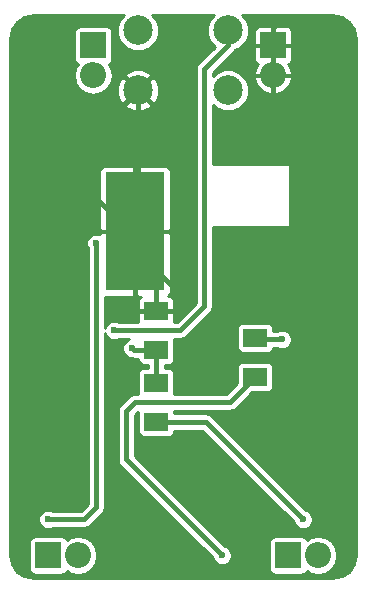
<source format=gbr>
G04 #@! TF.FileFunction,Copper,L2,Bot,Signal*
%FSLAX46Y46*%
G04 Gerber Fmt 4.6, Leading zero omitted, Abs format (unit mm)*
G04 Created by KiCad (PCBNEW 4.0.6) date 12/04/17 20:40:56*
%MOMM*%
%LPD*%
G01*
G04 APERTURE LIST*
%ADD10C,0.050000*%
%ADD11R,2.032000X1.524000*%
%ADD12R,5.000000X10.000000*%
%ADD13C,2.500000*%
%ADD14R,2.200000X2.200000*%
%ADD15O,2.200000X2.200000*%
%ADD16C,0.600000*%
%ADD17C,0.400000*%
%ADD18C,0.254000*%
G04 APERTURE END LIST*
D10*
D11*
X136144000Y-85217000D03*
X136144000Y-81915000D03*
X136144000Y-79121000D03*
X136144000Y-75819000D03*
X144526000Y-78105000D03*
X144526000Y-81407000D03*
D12*
X134370000Y-69090000D03*
D13*
X142240000Y-52070000D03*
X134620000Y-52070000D03*
X134620000Y-57150000D03*
X142240000Y-57150000D03*
D14*
X147320000Y-96520000D03*
D15*
X149860000Y-96520000D03*
D14*
X127000000Y-96520000D03*
D15*
X129540000Y-96520000D03*
D14*
X146050000Y-53340000D03*
D15*
X146050000Y-55880000D03*
D14*
X130810000Y-53340000D03*
D15*
X130810000Y-55880000D03*
D16*
X128270000Y-63500000D03*
X138430000Y-74676000D03*
X138176000Y-53848000D03*
X141732000Y-96520000D03*
X148590000Y-93472000D03*
X131064000Y-70104000D03*
X127000000Y-93472000D03*
X134112000Y-78994000D03*
X146812000Y-78232000D03*
X132588000Y-77470000D03*
D17*
X128270000Y-63500000D02*
X133860000Y-69090000D01*
X133860000Y-69090000D02*
X134370000Y-69090000D01*
X138430000Y-74676000D02*
X134370000Y-70616000D01*
X134370000Y-70616000D02*
X134370000Y-69090000D01*
X137922000Y-53848000D02*
X134620000Y-57150000D01*
X138176000Y-53848000D02*
X137922000Y-53848000D01*
X134620000Y-57150000D02*
X134620000Y-68840000D01*
X134620000Y-68840000D02*
X134370000Y-69090000D01*
X136144000Y-75819000D02*
X136144000Y-70864000D01*
X136144000Y-70864000D02*
X134370000Y-69090000D01*
X144526000Y-81407000D02*
X142367000Y-83566000D01*
X133604000Y-88392000D02*
X141732000Y-96520000D01*
X133604000Y-84328000D02*
X133604000Y-88392000D01*
X134366000Y-83566000D02*
X133604000Y-84328000D01*
X142367000Y-83566000D02*
X134366000Y-83566000D01*
X136144000Y-85217000D02*
X140335000Y-85217000D01*
X140335000Y-85217000D02*
X148590000Y-93472000D01*
X129540000Y-93472000D02*
X127000000Y-93472000D01*
X131064000Y-70104000D02*
X131064000Y-75946000D01*
X131064000Y-75946000D02*
X131064000Y-81280000D01*
X131064000Y-81280000D02*
X131064000Y-87630000D01*
X131064000Y-87630000D02*
X131064000Y-92456000D01*
X131064000Y-92456000D02*
X130048000Y-93472000D01*
X130048000Y-93472000D02*
X129540000Y-93472000D01*
X134239000Y-79121000D02*
X136144000Y-79121000D01*
X134112000Y-78994000D02*
X134239000Y-79121000D01*
X136017000Y-79248000D02*
X136144000Y-79121000D01*
X136144000Y-79121000D02*
X136144000Y-81915000D01*
X136144000Y-79248000D02*
X136144000Y-79629000D01*
X146812000Y-78232000D02*
X144653000Y-78232000D01*
X144653000Y-78232000D02*
X144526000Y-78105000D01*
X137414000Y-77470000D02*
X138176000Y-77470000D01*
X132588000Y-77470000D02*
X137414000Y-77470000D01*
X142240000Y-53340000D02*
X142240000Y-52070000D01*
X140208000Y-55372000D02*
X142240000Y-53340000D01*
X140208000Y-75438000D02*
X140208000Y-55372000D01*
X138176000Y-77470000D02*
X140208000Y-75438000D01*
D18*
G36*
X133114412Y-51062096D02*
X132843310Y-51714982D01*
X132842693Y-52421916D01*
X133112655Y-53075274D01*
X133612096Y-53575588D01*
X134264982Y-53846690D01*
X134971916Y-53847307D01*
X135625274Y-53577345D01*
X136125588Y-53077904D01*
X136396690Y-52425018D01*
X136397307Y-51718084D01*
X136127345Y-51064726D01*
X135830139Y-50767000D01*
X141030024Y-50767000D01*
X140734412Y-51062096D01*
X140463310Y-51714982D01*
X140462693Y-52421916D01*
X140732655Y-53075274D01*
X141104299Y-53447567D01*
X139693933Y-54857933D01*
X139536340Y-55093789D01*
X139536340Y-55093790D01*
X139480999Y-55372000D01*
X139481000Y-55372005D01*
X139481000Y-75136866D01*
X137874866Y-76743000D01*
X137663318Y-76743000D01*
X137687000Y-76685827D01*
X137687000Y-76023750D01*
X137555250Y-75892000D01*
X136217000Y-75892000D01*
X136217000Y-75912000D01*
X136071000Y-75912000D01*
X136071000Y-75892000D01*
X134732750Y-75892000D01*
X134601000Y-76023750D01*
X134601000Y-76685827D01*
X134624682Y-76743000D01*
X132993703Y-76743000D01*
X132753222Y-76643144D01*
X132424221Y-76642857D01*
X132120154Y-76768495D01*
X131887312Y-77000930D01*
X131791000Y-77232876D01*
X131791000Y-74617000D01*
X134165250Y-74617000D01*
X134297000Y-74485250D01*
X134297000Y-69163000D01*
X134443000Y-69163000D01*
X134443000Y-74485250D01*
X134574750Y-74617000D01*
X134822710Y-74617000D01*
X134681231Y-74758478D01*
X134601000Y-74952173D01*
X134601000Y-75614250D01*
X134732750Y-75746000D01*
X136071000Y-75746000D01*
X136071000Y-75726000D01*
X136217000Y-75726000D01*
X136217000Y-75746000D01*
X137555250Y-75746000D01*
X137687000Y-75614250D01*
X137687000Y-74952173D01*
X137606769Y-74758478D01*
X137458521Y-74610231D01*
X137264827Y-74530000D01*
X137175291Y-74530000D01*
X137316769Y-74388521D01*
X137397000Y-74194827D01*
X137397000Y-69294750D01*
X137265250Y-69163000D01*
X134443000Y-69163000D01*
X134297000Y-69163000D01*
X131474750Y-69163000D01*
X131343000Y-69294750D01*
X131343000Y-69324388D01*
X131229222Y-69277144D01*
X130900221Y-69276857D01*
X130596154Y-69402495D01*
X130363312Y-69634930D01*
X130237144Y-69938778D01*
X130236857Y-70267779D01*
X130337000Y-70510143D01*
X130337000Y-92154866D01*
X129746866Y-92745000D01*
X127405703Y-92745000D01*
X127165222Y-92645144D01*
X126836221Y-92644857D01*
X126532154Y-92770495D01*
X126299312Y-93002930D01*
X126173144Y-93306778D01*
X126172857Y-93635779D01*
X126298495Y-93939846D01*
X126530930Y-94172688D01*
X126834778Y-94298856D01*
X127163779Y-94299143D01*
X127406143Y-94199000D01*
X130047995Y-94199000D01*
X130048000Y-94199001D01*
X130280052Y-94152842D01*
X130326211Y-94143660D01*
X130562067Y-93986067D01*
X131578067Y-92970067D01*
X131691474Y-92800340D01*
X131735660Y-92734211D01*
X131753434Y-92644857D01*
X131791001Y-92456000D01*
X131791000Y-92455995D01*
X131791000Y-77706731D01*
X131886495Y-77937846D01*
X132118930Y-78170688D01*
X132422778Y-78296856D01*
X132751779Y-78297143D01*
X132994143Y-78197000D01*
X133875269Y-78197000D01*
X133644154Y-78292495D01*
X133411312Y-78524930D01*
X133285144Y-78828778D01*
X133284857Y-79157779D01*
X133410495Y-79461846D01*
X133642930Y-79694688D01*
X133946778Y-79820856D01*
X134103225Y-79820992D01*
X134239000Y-79848000D01*
X134590676Y-79848000D01*
X134590676Y-79883000D01*
X134627423Y-80078294D01*
X134742842Y-80257660D01*
X134918951Y-80377990D01*
X135128000Y-80420324D01*
X135417000Y-80420324D01*
X135417000Y-80615676D01*
X135128000Y-80615676D01*
X134932706Y-80652423D01*
X134753340Y-80767842D01*
X134633010Y-80943951D01*
X134590676Y-81153000D01*
X134590676Y-82677000D01*
X134621158Y-82839000D01*
X134366005Y-82839000D01*
X134366000Y-82838999D01*
X134133948Y-82885158D01*
X134087789Y-82894340D01*
X133851933Y-83051933D01*
X133851931Y-83051936D01*
X133089933Y-83813933D01*
X132932340Y-84049789D01*
X132926317Y-84080067D01*
X132876999Y-84328000D01*
X132877000Y-84328005D01*
X132877000Y-88391995D01*
X132876999Y-88392000D01*
X132923158Y-88624052D01*
X132932340Y-88670211D01*
X133089933Y-88906067D01*
X140931059Y-96747193D01*
X141030495Y-96987846D01*
X141262930Y-97220688D01*
X141566778Y-97346856D01*
X141895779Y-97347143D01*
X142199846Y-97221505D01*
X142432688Y-96989070D01*
X142558856Y-96685222D01*
X142559143Y-96356221D01*
X142433505Y-96052154D01*
X142201070Y-95819312D01*
X141958881Y-95718747D01*
X141660134Y-95420000D01*
X145682676Y-95420000D01*
X145682676Y-97620000D01*
X145719423Y-97815294D01*
X145834842Y-97994660D01*
X146010951Y-98114990D01*
X146220000Y-98157324D01*
X148420000Y-98157324D01*
X148615294Y-98120577D01*
X148794660Y-98005158D01*
X148910032Y-97836305D01*
X149237374Y-98055027D01*
X149860000Y-98178875D01*
X150482626Y-98055027D01*
X151010463Y-97702338D01*
X151363152Y-97174501D01*
X151487000Y-96551875D01*
X151487000Y-96488125D01*
X151363152Y-95865499D01*
X151010463Y-95337662D01*
X150482626Y-94984973D01*
X149860000Y-94861125D01*
X149237374Y-94984973D01*
X148907952Y-95205086D01*
X148805158Y-95045340D01*
X148629049Y-94925010D01*
X148420000Y-94882676D01*
X146220000Y-94882676D01*
X146024706Y-94919423D01*
X145845340Y-95034842D01*
X145725010Y-95210951D01*
X145682676Y-95420000D01*
X141660134Y-95420000D01*
X134331000Y-88090866D01*
X134331000Y-84629134D01*
X134612398Y-84347735D01*
X134590676Y-84455000D01*
X134590676Y-85979000D01*
X134627423Y-86174294D01*
X134742842Y-86353660D01*
X134918951Y-86473990D01*
X135128000Y-86516324D01*
X137160000Y-86516324D01*
X137355294Y-86479577D01*
X137534660Y-86364158D01*
X137654990Y-86188049D01*
X137697324Y-85979000D01*
X137697324Y-85944000D01*
X140033866Y-85944000D01*
X147789059Y-93699193D01*
X147888495Y-93939846D01*
X148120930Y-94172688D01*
X148424778Y-94298856D01*
X148753779Y-94299143D01*
X149057846Y-94173505D01*
X149290688Y-93941070D01*
X149416856Y-93637222D01*
X149417143Y-93308221D01*
X149291505Y-93004154D01*
X149059070Y-92771312D01*
X148816881Y-92670747D01*
X140849067Y-84702933D01*
X140613211Y-84545340D01*
X140567052Y-84536158D01*
X140335000Y-84489999D01*
X140334995Y-84490000D01*
X137697324Y-84490000D01*
X137697324Y-84455000D01*
X137666842Y-84293000D01*
X142366995Y-84293000D01*
X142367000Y-84293001D01*
X142603530Y-84245951D01*
X142645211Y-84237660D01*
X142881067Y-84080067D01*
X144254810Y-82706324D01*
X145542000Y-82706324D01*
X145737294Y-82669577D01*
X145916660Y-82554158D01*
X146036990Y-82378049D01*
X146079324Y-82169000D01*
X146079324Y-80645000D01*
X146042577Y-80449706D01*
X145927158Y-80270340D01*
X145751049Y-80150010D01*
X145542000Y-80107676D01*
X143510000Y-80107676D01*
X143314706Y-80144423D01*
X143135340Y-80259842D01*
X143015010Y-80435951D01*
X142972676Y-80645000D01*
X142972676Y-81932190D01*
X142065866Y-82839000D01*
X137664518Y-82839000D01*
X137697324Y-82677000D01*
X137697324Y-81153000D01*
X137660577Y-80957706D01*
X137545158Y-80778340D01*
X137369049Y-80658010D01*
X137160000Y-80615676D01*
X136871000Y-80615676D01*
X136871000Y-80420324D01*
X137160000Y-80420324D01*
X137355294Y-80383577D01*
X137534660Y-80268158D01*
X137654990Y-80092049D01*
X137697324Y-79883000D01*
X137697324Y-78359000D01*
X137666842Y-78197000D01*
X138175995Y-78197000D01*
X138176000Y-78197001D01*
X138412530Y-78149951D01*
X138454211Y-78141660D01*
X138690067Y-77984067D01*
X139331134Y-77343000D01*
X142972676Y-77343000D01*
X142972676Y-78867000D01*
X143009423Y-79062294D01*
X143124842Y-79241660D01*
X143300951Y-79361990D01*
X143510000Y-79404324D01*
X145542000Y-79404324D01*
X145737294Y-79367577D01*
X145916660Y-79252158D01*
X146036990Y-79076049D01*
X146060693Y-78959000D01*
X146406297Y-78959000D01*
X146646778Y-79058856D01*
X146975779Y-79059143D01*
X147279846Y-78933505D01*
X147512688Y-78701070D01*
X147638856Y-78397222D01*
X147639143Y-78068221D01*
X147513505Y-77764154D01*
X147281070Y-77531312D01*
X146977222Y-77405144D01*
X146648221Y-77404857D01*
X146405857Y-77505000D01*
X146079324Y-77505000D01*
X146079324Y-77343000D01*
X146042577Y-77147706D01*
X145927158Y-76968340D01*
X145751049Y-76848010D01*
X145542000Y-76805676D01*
X143510000Y-76805676D01*
X143314706Y-76842423D01*
X143135340Y-76957842D01*
X143015010Y-77133951D01*
X142972676Y-77343000D01*
X139331134Y-77343000D01*
X140722067Y-75952067D01*
X140762202Y-75892000D01*
X140879660Y-75716211D01*
X140889292Y-75667789D01*
X140935001Y-75438000D01*
X140935000Y-75437995D01*
X140935000Y-68699912D01*
X140970000Y-68707000D01*
X147320000Y-68707000D01*
X147366159Y-68698315D01*
X147408553Y-68671035D01*
X147436994Y-68629410D01*
X147447000Y-68580000D01*
X147447000Y-63500000D01*
X147438315Y-63453841D01*
X147411035Y-63411447D01*
X147369410Y-63383006D01*
X147320000Y-63373000D01*
X140970000Y-63373000D01*
X140935000Y-63379585D01*
X140935000Y-58357973D01*
X141232096Y-58655588D01*
X141884982Y-58926690D01*
X142591916Y-58927307D01*
X143245274Y-58657345D01*
X143745588Y-58157904D01*
X144016690Y-57505018D01*
X144017307Y-56798084D01*
X143772814Y-56206364D01*
X144456070Y-56206364D01*
X144692142Y-56776308D01*
X145138505Y-57227710D01*
X145723635Y-57473936D01*
X145977000Y-57373617D01*
X145977000Y-55953000D01*
X146123000Y-55953000D01*
X146123000Y-57373617D01*
X146376365Y-57473936D01*
X146961495Y-57227710D01*
X147407858Y-56776308D01*
X147643930Y-56206364D01*
X147543467Y-55953000D01*
X146123000Y-55953000D01*
X145977000Y-55953000D01*
X144556533Y-55953000D01*
X144456070Y-56206364D01*
X143772814Y-56206364D01*
X143747345Y-56144726D01*
X143247904Y-55644412D01*
X142595018Y-55373310D01*
X141888084Y-55372693D01*
X141234726Y-55642655D01*
X140935000Y-55941858D01*
X140935000Y-55673134D01*
X142754067Y-53854067D01*
X142758996Y-53846690D01*
X142822147Y-53752178D01*
X143245274Y-53577345D01*
X143277925Y-53544750D01*
X144423000Y-53544750D01*
X144423000Y-54544827D01*
X144503231Y-54738521D01*
X144651478Y-54886769D01*
X144748318Y-54926882D01*
X144692142Y-54983692D01*
X144456070Y-55553636D01*
X144556533Y-55807000D01*
X145977000Y-55807000D01*
X145977000Y-53413000D01*
X146123000Y-53413000D01*
X146123000Y-55807000D01*
X147543467Y-55807000D01*
X147643930Y-55553636D01*
X147407858Y-54983692D01*
X147351682Y-54926882D01*
X147448522Y-54886769D01*
X147596769Y-54738521D01*
X147677000Y-54544827D01*
X147677000Y-53544750D01*
X147545250Y-53413000D01*
X146123000Y-53413000D01*
X145977000Y-53413000D01*
X144554750Y-53413000D01*
X144423000Y-53544750D01*
X143277925Y-53544750D01*
X143745588Y-53077904D01*
X144016690Y-52425018D01*
X144016942Y-52135173D01*
X144423000Y-52135173D01*
X144423000Y-53135250D01*
X144554750Y-53267000D01*
X145977000Y-53267000D01*
X145977000Y-51844750D01*
X146123000Y-51844750D01*
X146123000Y-53267000D01*
X147545250Y-53267000D01*
X147677000Y-53135250D01*
X147677000Y-52135173D01*
X147596769Y-51941479D01*
X147448522Y-51793231D01*
X147254827Y-51713000D01*
X146254750Y-51713000D01*
X146123000Y-51844750D01*
X145977000Y-51844750D01*
X145845250Y-51713000D01*
X144845173Y-51713000D01*
X144651478Y-51793231D01*
X144503231Y-51941479D01*
X144423000Y-52135173D01*
X144016942Y-52135173D01*
X144017307Y-51718084D01*
X143747345Y-51064726D01*
X143450139Y-50767000D01*
X151070707Y-50767000D01*
X151867127Y-50925418D01*
X152492033Y-51342967D01*
X152909582Y-51967872D01*
X153068000Y-52764293D01*
X153068000Y-96460707D01*
X152909582Y-97257128D01*
X152492033Y-97882033D01*
X151867127Y-98299582D01*
X151070707Y-98458000D01*
X125789293Y-98458000D01*
X124992872Y-98299582D01*
X124367967Y-97882033D01*
X123950418Y-97257127D01*
X123792000Y-96460707D01*
X123792000Y-95420000D01*
X125362676Y-95420000D01*
X125362676Y-97620000D01*
X125399423Y-97815294D01*
X125514842Y-97994660D01*
X125690951Y-98114990D01*
X125900000Y-98157324D01*
X128100000Y-98157324D01*
X128295294Y-98120577D01*
X128474660Y-98005158D01*
X128590032Y-97836305D01*
X128917374Y-98055027D01*
X129540000Y-98178875D01*
X130162626Y-98055027D01*
X130690463Y-97702338D01*
X131043152Y-97174501D01*
X131167000Y-96551875D01*
X131167000Y-96488125D01*
X131043152Y-95865499D01*
X130690463Y-95337662D01*
X130162626Y-94984973D01*
X129540000Y-94861125D01*
X128917374Y-94984973D01*
X128587952Y-95205086D01*
X128485158Y-95045340D01*
X128309049Y-94925010D01*
X128100000Y-94882676D01*
X125900000Y-94882676D01*
X125704706Y-94919423D01*
X125525340Y-95034842D01*
X125405010Y-95210951D01*
X125362676Y-95420000D01*
X123792000Y-95420000D01*
X123792000Y-63985173D01*
X131343000Y-63985173D01*
X131343000Y-68885250D01*
X131474750Y-69017000D01*
X134297000Y-69017000D01*
X134297000Y-63694750D01*
X134443000Y-63694750D01*
X134443000Y-69017000D01*
X137265250Y-69017000D01*
X137397000Y-68885250D01*
X137397000Y-63985173D01*
X137316769Y-63791479D01*
X137168522Y-63643231D01*
X136974827Y-63563000D01*
X134574750Y-63563000D01*
X134443000Y-63694750D01*
X134297000Y-63694750D01*
X134165250Y-63563000D01*
X131765173Y-63563000D01*
X131571478Y-63643231D01*
X131423231Y-63791479D01*
X131343000Y-63985173D01*
X123792000Y-63985173D01*
X123792000Y-58388481D01*
X133484757Y-58388481D01*
X133614966Y-58657506D01*
X134268367Y-58927364D01*
X134975301Y-58926634D01*
X135625034Y-58657506D01*
X135755243Y-58388481D01*
X134620000Y-57253238D01*
X133484757Y-58388481D01*
X123792000Y-58388481D01*
X123792000Y-55880000D01*
X129151125Y-55880000D01*
X129274973Y-56502626D01*
X129627662Y-57030463D01*
X130155499Y-57383152D01*
X130778125Y-57507000D01*
X130841875Y-57507000D01*
X131464501Y-57383152D01*
X131992338Y-57030463D01*
X132147419Y-56798367D01*
X132842636Y-56798367D01*
X132843366Y-57505301D01*
X133112494Y-58155034D01*
X133381519Y-58285243D01*
X134516762Y-57150000D01*
X134723238Y-57150000D01*
X135858481Y-58285243D01*
X136127506Y-58155034D01*
X136397364Y-57501633D01*
X136396634Y-56794699D01*
X136127506Y-56144966D01*
X135858481Y-56014757D01*
X134723238Y-57150000D01*
X134516762Y-57150000D01*
X133381519Y-56014757D01*
X133112494Y-56144966D01*
X132842636Y-56798367D01*
X132147419Y-56798367D01*
X132345027Y-56502626D01*
X132462605Y-55911519D01*
X133484757Y-55911519D01*
X134620000Y-57046762D01*
X135755243Y-55911519D01*
X135625034Y-55642494D01*
X134971633Y-55372636D01*
X134264699Y-55373366D01*
X133614966Y-55642494D01*
X133484757Y-55911519D01*
X132462605Y-55911519D01*
X132468875Y-55880000D01*
X132345027Y-55257374D01*
X132124914Y-54927952D01*
X132284660Y-54825158D01*
X132404990Y-54649049D01*
X132447324Y-54440000D01*
X132447324Y-52240000D01*
X132410577Y-52044706D01*
X132295158Y-51865340D01*
X132119049Y-51745010D01*
X131910000Y-51702676D01*
X129710000Y-51702676D01*
X129514706Y-51739423D01*
X129335340Y-51854842D01*
X129215010Y-52030951D01*
X129172676Y-52240000D01*
X129172676Y-54440000D01*
X129209423Y-54635294D01*
X129324842Y-54814660D01*
X129493695Y-54930032D01*
X129274973Y-55257374D01*
X129151125Y-55880000D01*
X123792000Y-55880000D01*
X123792000Y-52764293D01*
X123950418Y-51967873D01*
X124367967Y-51342967D01*
X124992872Y-50925418D01*
X125789293Y-50767000D01*
X133410024Y-50767000D01*
X133114412Y-51062096D01*
X133114412Y-51062096D01*
G37*
X133114412Y-51062096D02*
X132843310Y-51714982D01*
X132842693Y-52421916D01*
X133112655Y-53075274D01*
X133612096Y-53575588D01*
X134264982Y-53846690D01*
X134971916Y-53847307D01*
X135625274Y-53577345D01*
X136125588Y-53077904D01*
X136396690Y-52425018D01*
X136397307Y-51718084D01*
X136127345Y-51064726D01*
X135830139Y-50767000D01*
X141030024Y-50767000D01*
X140734412Y-51062096D01*
X140463310Y-51714982D01*
X140462693Y-52421916D01*
X140732655Y-53075274D01*
X141104299Y-53447567D01*
X139693933Y-54857933D01*
X139536340Y-55093789D01*
X139536340Y-55093790D01*
X139480999Y-55372000D01*
X139481000Y-55372005D01*
X139481000Y-75136866D01*
X137874866Y-76743000D01*
X137663318Y-76743000D01*
X137687000Y-76685827D01*
X137687000Y-76023750D01*
X137555250Y-75892000D01*
X136217000Y-75892000D01*
X136217000Y-75912000D01*
X136071000Y-75912000D01*
X136071000Y-75892000D01*
X134732750Y-75892000D01*
X134601000Y-76023750D01*
X134601000Y-76685827D01*
X134624682Y-76743000D01*
X132993703Y-76743000D01*
X132753222Y-76643144D01*
X132424221Y-76642857D01*
X132120154Y-76768495D01*
X131887312Y-77000930D01*
X131791000Y-77232876D01*
X131791000Y-74617000D01*
X134165250Y-74617000D01*
X134297000Y-74485250D01*
X134297000Y-69163000D01*
X134443000Y-69163000D01*
X134443000Y-74485250D01*
X134574750Y-74617000D01*
X134822710Y-74617000D01*
X134681231Y-74758478D01*
X134601000Y-74952173D01*
X134601000Y-75614250D01*
X134732750Y-75746000D01*
X136071000Y-75746000D01*
X136071000Y-75726000D01*
X136217000Y-75726000D01*
X136217000Y-75746000D01*
X137555250Y-75746000D01*
X137687000Y-75614250D01*
X137687000Y-74952173D01*
X137606769Y-74758478D01*
X137458521Y-74610231D01*
X137264827Y-74530000D01*
X137175291Y-74530000D01*
X137316769Y-74388521D01*
X137397000Y-74194827D01*
X137397000Y-69294750D01*
X137265250Y-69163000D01*
X134443000Y-69163000D01*
X134297000Y-69163000D01*
X131474750Y-69163000D01*
X131343000Y-69294750D01*
X131343000Y-69324388D01*
X131229222Y-69277144D01*
X130900221Y-69276857D01*
X130596154Y-69402495D01*
X130363312Y-69634930D01*
X130237144Y-69938778D01*
X130236857Y-70267779D01*
X130337000Y-70510143D01*
X130337000Y-92154866D01*
X129746866Y-92745000D01*
X127405703Y-92745000D01*
X127165222Y-92645144D01*
X126836221Y-92644857D01*
X126532154Y-92770495D01*
X126299312Y-93002930D01*
X126173144Y-93306778D01*
X126172857Y-93635779D01*
X126298495Y-93939846D01*
X126530930Y-94172688D01*
X126834778Y-94298856D01*
X127163779Y-94299143D01*
X127406143Y-94199000D01*
X130047995Y-94199000D01*
X130048000Y-94199001D01*
X130280052Y-94152842D01*
X130326211Y-94143660D01*
X130562067Y-93986067D01*
X131578067Y-92970067D01*
X131691474Y-92800340D01*
X131735660Y-92734211D01*
X131753434Y-92644857D01*
X131791001Y-92456000D01*
X131791000Y-92455995D01*
X131791000Y-77706731D01*
X131886495Y-77937846D01*
X132118930Y-78170688D01*
X132422778Y-78296856D01*
X132751779Y-78297143D01*
X132994143Y-78197000D01*
X133875269Y-78197000D01*
X133644154Y-78292495D01*
X133411312Y-78524930D01*
X133285144Y-78828778D01*
X133284857Y-79157779D01*
X133410495Y-79461846D01*
X133642930Y-79694688D01*
X133946778Y-79820856D01*
X134103225Y-79820992D01*
X134239000Y-79848000D01*
X134590676Y-79848000D01*
X134590676Y-79883000D01*
X134627423Y-80078294D01*
X134742842Y-80257660D01*
X134918951Y-80377990D01*
X135128000Y-80420324D01*
X135417000Y-80420324D01*
X135417000Y-80615676D01*
X135128000Y-80615676D01*
X134932706Y-80652423D01*
X134753340Y-80767842D01*
X134633010Y-80943951D01*
X134590676Y-81153000D01*
X134590676Y-82677000D01*
X134621158Y-82839000D01*
X134366005Y-82839000D01*
X134366000Y-82838999D01*
X134133948Y-82885158D01*
X134087789Y-82894340D01*
X133851933Y-83051933D01*
X133851931Y-83051936D01*
X133089933Y-83813933D01*
X132932340Y-84049789D01*
X132926317Y-84080067D01*
X132876999Y-84328000D01*
X132877000Y-84328005D01*
X132877000Y-88391995D01*
X132876999Y-88392000D01*
X132923158Y-88624052D01*
X132932340Y-88670211D01*
X133089933Y-88906067D01*
X140931059Y-96747193D01*
X141030495Y-96987846D01*
X141262930Y-97220688D01*
X141566778Y-97346856D01*
X141895779Y-97347143D01*
X142199846Y-97221505D01*
X142432688Y-96989070D01*
X142558856Y-96685222D01*
X142559143Y-96356221D01*
X142433505Y-96052154D01*
X142201070Y-95819312D01*
X141958881Y-95718747D01*
X141660134Y-95420000D01*
X145682676Y-95420000D01*
X145682676Y-97620000D01*
X145719423Y-97815294D01*
X145834842Y-97994660D01*
X146010951Y-98114990D01*
X146220000Y-98157324D01*
X148420000Y-98157324D01*
X148615294Y-98120577D01*
X148794660Y-98005158D01*
X148910032Y-97836305D01*
X149237374Y-98055027D01*
X149860000Y-98178875D01*
X150482626Y-98055027D01*
X151010463Y-97702338D01*
X151363152Y-97174501D01*
X151487000Y-96551875D01*
X151487000Y-96488125D01*
X151363152Y-95865499D01*
X151010463Y-95337662D01*
X150482626Y-94984973D01*
X149860000Y-94861125D01*
X149237374Y-94984973D01*
X148907952Y-95205086D01*
X148805158Y-95045340D01*
X148629049Y-94925010D01*
X148420000Y-94882676D01*
X146220000Y-94882676D01*
X146024706Y-94919423D01*
X145845340Y-95034842D01*
X145725010Y-95210951D01*
X145682676Y-95420000D01*
X141660134Y-95420000D01*
X134331000Y-88090866D01*
X134331000Y-84629134D01*
X134612398Y-84347735D01*
X134590676Y-84455000D01*
X134590676Y-85979000D01*
X134627423Y-86174294D01*
X134742842Y-86353660D01*
X134918951Y-86473990D01*
X135128000Y-86516324D01*
X137160000Y-86516324D01*
X137355294Y-86479577D01*
X137534660Y-86364158D01*
X137654990Y-86188049D01*
X137697324Y-85979000D01*
X137697324Y-85944000D01*
X140033866Y-85944000D01*
X147789059Y-93699193D01*
X147888495Y-93939846D01*
X148120930Y-94172688D01*
X148424778Y-94298856D01*
X148753779Y-94299143D01*
X149057846Y-94173505D01*
X149290688Y-93941070D01*
X149416856Y-93637222D01*
X149417143Y-93308221D01*
X149291505Y-93004154D01*
X149059070Y-92771312D01*
X148816881Y-92670747D01*
X140849067Y-84702933D01*
X140613211Y-84545340D01*
X140567052Y-84536158D01*
X140335000Y-84489999D01*
X140334995Y-84490000D01*
X137697324Y-84490000D01*
X137697324Y-84455000D01*
X137666842Y-84293000D01*
X142366995Y-84293000D01*
X142367000Y-84293001D01*
X142603530Y-84245951D01*
X142645211Y-84237660D01*
X142881067Y-84080067D01*
X144254810Y-82706324D01*
X145542000Y-82706324D01*
X145737294Y-82669577D01*
X145916660Y-82554158D01*
X146036990Y-82378049D01*
X146079324Y-82169000D01*
X146079324Y-80645000D01*
X146042577Y-80449706D01*
X145927158Y-80270340D01*
X145751049Y-80150010D01*
X145542000Y-80107676D01*
X143510000Y-80107676D01*
X143314706Y-80144423D01*
X143135340Y-80259842D01*
X143015010Y-80435951D01*
X142972676Y-80645000D01*
X142972676Y-81932190D01*
X142065866Y-82839000D01*
X137664518Y-82839000D01*
X137697324Y-82677000D01*
X137697324Y-81153000D01*
X137660577Y-80957706D01*
X137545158Y-80778340D01*
X137369049Y-80658010D01*
X137160000Y-80615676D01*
X136871000Y-80615676D01*
X136871000Y-80420324D01*
X137160000Y-80420324D01*
X137355294Y-80383577D01*
X137534660Y-80268158D01*
X137654990Y-80092049D01*
X137697324Y-79883000D01*
X137697324Y-78359000D01*
X137666842Y-78197000D01*
X138175995Y-78197000D01*
X138176000Y-78197001D01*
X138412530Y-78149951D01*
X138454211Y-78141660D01*
X138690067Y-77984067D01*
X139331134Y-77343000D01*
X142972676Y-77343000D01*
X142972676Y-78867000D01*
X143009423Y-79062294D01*
X143124842Y-79241660D01*
X143300951Y-79361990D01*
X143510000Y-79404324D01*
X145542000Y-79404324D01*
X145737294Y-79367577D01*
X145916660Y-79252158D01*
X146036990Y-79076049D01*
X146060693Y-78959000D01*
X146406297Y-78959000D01*
X146646778Y-79058856D01*
X146975779Y-79059143D01*
X147279846Y-78933505D01*
X147512688Y-78701070D01*
X147638856Y-78397222D01*
X147639143Y-78068221D01*
X147513505Y-77764154D01*
X147281070Y-77531312D01*
X146977222Y-77405144D01*
X146648221Y-77404857D01*
X146405857Y-77505000D01*
X146079324Y-77505000D01*
X146079324Y-77343000D01*
X146042577Y-77147706D01*
X145927158Y-76968340D01*
X145751049Y-76848010D01*
X145542000Y-76805676D01*
X143510000Y-76805676D01*
X143314706Y-76842423D01*
X143135340Y-76957842D01*
X143015010Y-77133951D01*
X142972676Y-77343000D01*
X139331134Y-77343000D01*
X140722067Y-75952067D01*
X140762202Y-75892000D01*
X140879660Y-75716211D01*
X140889292Y-75667789D01*
X140935001Y-75438000D01*
X140935000Y-75437995D01*
X140935000Y-68699912D01*
X140970000Y-68707000D01*
X147320000Y-68707000D01*
X147366159Y-68698315D01*
X147408553Y-68671035D01*
X147436994Y-68629410D01*
X147447000Y-68580000D01*
X147447000Y-63500000D01*
X147438315Y-63453841D01*
X147411035Y-63411447D01*
X147369410Y-63383006D01*
X147320000Y-63373000D01*
X140970000Y-63373000D01*
X140935000Y-63379585D01*
X140935000Y-58357973D01*
X141232096Y-58655588D01*
X141884982Y-58926690D01*
X142591916Y-58927307D01*
X143245274Y-58657345D01*
X143745588Y-58157904D01*
X144016690Y-57505018D01*
X144017307Y-56798084D01*
X143772814Y-56206364D01*
X144456070Y-56206364D01*
X144692142Y-56776308D01*
X145138505Y-57227710D01*
X145723635Y-57473936D01*
X145977000Y-57373617D01*
X145977000Y-55953000D01*
X146123000Y-55953000D01*
X146123000Y-57373617D01*
X146376365Y-57473936D01*
X146961495Y-57227710D01*
X147407858Y-56776308D01*
X147643930Y-56206364D01*
X147543467Y-55953000D01*
X146123000Y-55953000D01*
X145977000Y-55953000D01*
X144556533Y-55953000D01*
X144456070Y-56206364D01*
X143772814Y-56206364D01*
X143747345Y-56144726D01*
X143247904Y-55644412D01*
X142595018Y-55373310D01*
X141888084Y-55372693D01*
X141234726Y-55642655D01*
X140935000Y-55941858D01*
X140935000Y-55673134D01*
X142754067Y-53854067D01*
X142758996Y-53846690D01*
X142822147Y-53752178D01*
X143245274Y-53577345D01*
X143277925Y-53544750D01*
X144423000Y-53544750D01*
X144423000Y-54544827D01*
X144503231Y-54738521D01*
X144651478Y-54886769D01*
X144748318Y-54926882D01*
X144692142Y-54983692D01*
X144456070Y-55553636D01*
X144556533Y-55807000D01*
X145977000Y-55807000D01*
X145977000Y-53413000D01*
X146123000Y-53413000D01*
X146123000Y-55807000D01*
X147543467Y-55807000D01*
X147643930Y-55553636D01*
X147407858Y-54983692D01*
X147351682Y-54926882D01*
X147448522Y-54886769D01*
X147596769Y-54738521D01*
X147677000Y-54544827D01*
X147677000Y-53544750D01*
X147545250Y-53413000D01*
X146123000Y-53413000D01*
X145977000Y-53413000D01*
X144554750Y-53413000D01*
X144423000Y-53544750D01*
X143277925Y-53544750D01*
X143745588Y-53077904D01*
X144016690Y-52425018D01*
X144016942Y-52135173D01*
X144423000Y-52135173D01*
X144423000Y-53135250D01*
X144554750Y-53267000D01*
X145977000Y-53267000D01*
X145977000Y-51844750D01*
X146123000Y-51844750D01*
X146123000Y-53267000D01*
X147545250Y-53267000D01*
X147677000Y-53135250D01*
X147677000Y-52135173D01*
X147596769Y-51941479D01*
X147448522Y-51793231D01*
X147254827Y-51713000D01*
X146254750Y-51713000D01*
X146123000Y-51844750D01*
X145977000Y-51844750D01*
X145845250Y-51713000D01*
X144845173Y-51713000D01*
X144651478Y-51793231D01*
X144503231Y-51941479D01*
X144423000Y-52135173D01*
X144016942Y-52135173D01*
X144017307Y-51718084D01*
X143747345Y-51064726D01*
X143450139Y-50767000D01*
X151070707Y-50767000D01*
X151867127Y-50925418D01*
X152492033Y-51342967D01*
X152909582Y-51967872D01*
X153068000Y-52764293D01*
X153068000Y-96460707D01*
X152909582Y-97257128D01*
X152492033Y-97882033D01*
X151867127Y-98299582D01*
X151070707Y-98458000D01*
X125789293Y-98458000D01*
X124992872Y-98299582D01*
X124367967Y-97882033D01*
X123950418Y-97257127D01*
X123792000Y-96460707D01*
X123792000Y-95420000D01*
X125362676Y-95420000D01*
X125362676Y-97620000D01*
X125399423Y-97815294D01*
X125514842Y-97994660D01*
X125690951Y-98114990D01*
X125900000Y-98157324D01*
X128100000Y-98157324D01*
X128295294Y-98120577D01*
X128474660Y-98005158D01*
X128590032Y-97836305D01*
X128917374Y-98055027D01*
X129540000Y-98178875D01*
X130162626Y-98055027D01*
X130690463Y-97702338D01*
X131043152Y-97174501D01*
X131167000Y-96551875D01*
X131167000Y-96488125D01*
X131043152Y-95865499D01*
X130690463Y-95337662D01*
X130162626Y-94984973D01*
X129540000Y-94861125D01*
X128917374Y-94984973D01*
X128587952Y-95205086D01*
X128485158Y-95045340D01*
X128309049Y-94925010D01*
X128100000Y-94882676D01*
X125900000Y-94882676D01*
X125704706Y-94919423D01*
X125525340Y-95034842D01*
X125405010Y-95210951D01*
X125362676Y-95420000D01*
X123792000Y-95420000D01*
X123792000Y-63985173D01*
X131343000Y-63985173D01*
X131343000Y-68885250D01*
X131474750Y-69017000D01*
X134297000Y-69017000D01*
X134297000Y-63694750D01*
X134443000Y-63694750D01*
X134443000Y-69017000D01*
X137265250Y-69017000D01*
X137397000Y-68885250D01*
X137397000Y-63985173D01*
X137316769Y-63791479D01*
X137168522Y-63643231D01*
X136974827Y-63563000D01*
X134574750Y-63563000D01*
X134443000Y-63694750D01*
X134297000Y-63694750D01*
X134165250Y-63563000D01*
X131765173Y-63563000D01*
X131571478Y-63643231D01*
X131423231Y-63791479D01*
X131343000Y-63985173D01*
X123792000Y-63985173D01*
X123792000Y-58388481D01*
X133484757Y-58388481D01*
X133614966Y-58657506D01*
X134268367Y-58927364D01*
X134975301Y-58926634D01*
X135625034Y-58657506D01*
X135755243Y-58388481D01*
X134620000Y-57253238D01*
X133484757Y-58388481D01*
X123792000Y-58388481D01*
X123792000Y-55880000D01*
X129151125Y-55880000D01*
X129274973Y-56502626D01*
X129627662Y-57030463D01*
X130155499Y-57383152D01*
X130778125Y-57507000D01*
X130841875Y-57507000D01*
X131464501Y-57383152D01*
X131992338Y-57030463D01*
X132147419Y-56798367D01*
X132842636Y-56798367D01*
X132843366Y-57505301D01*
X133112494Y-58155034D01*
X133381519Y-58285243D01*
X134516762Y-57150000D01*
X134723238Y-57150000D01*
X135858481Y-58285243D01*
X136127506Y-58155034D01*
X136397364Y-57501633D01*
X136396634Y-56794699D01*
X136127506Y-56144966D01*
X135858481Y-56014757D01*
X134723238Y-57150000D01*
X134516762Y-57150000D01*
X133381519Y-56014757D01*
X133112494Y-56144966D01*
X132842636Y-56798367D01*
X132147419Y-56798367D01*
X132345027Y-56502626D01*
X132462605Y-55911519D01*
X133484757Y-55911519D01*
X134620000Y-57046762D01*
X135755243Y-55911519D01*
X135625034Y-55642494D01*
X134971633Y-55372636D01*
X134264699Y-55373366D01*
X133614966Y-55642494D01*
X133484757Y-55911519D01*
X132462605Y-55911519D01*
X132468875Y-55880000D01*
X132345027Y-55257374D01*
X132124914Y-54927952D01*
X132284660Y-54825158D01*
X132404990Y-54649049D01*
X132447324Y-54440000D01*
X132447324Y-52240000D01*
X132410577Y-52044706D01*
X132295158Y-51865340D01*
X132119049Y-51745010D01*
X131910000Y-51702676D01*
X129710000Y-51702676D01*
X129514706Y-51739423D01*
X129335340Y-51854842D01*
X129215010Y-52030951D01*
X129172676Y-52240000D01*
X129172676Y-54440000D01*
X129209423Y-54635294D01*
X129324842Y-54814660D01*
X129493695Y-54930032D01*
X129274973Y-55257374D01*
X129151125Y-55880000D01*
X123792000Y-55880000D01*
X123792000Y-52764293D01*
X123950418Y-51967873D01*
X124367967Y-51342967D01*
X124992872Y-50925418D01*
X125789293Y-50767000D01*
X133410024Y-50767000D01*
X133114412Y-51062096D01*
M02*

</source>
